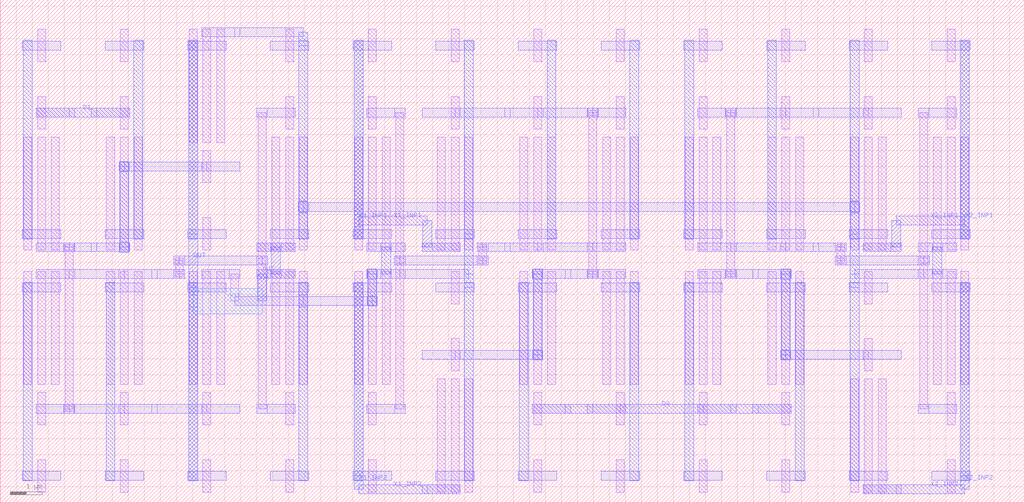
<source format=lef>
MACRO TWO_BIT_DAC
  ORIGIN 0 0 ;
  FOREIGN TWO_BIT_DAC 0 0 ;
  SIZE 31.95 BY 15.71 ;
  PIN D0
    DIRECTION INOUT ;
    USE SIGNAL ;
    PORT 
      LAYER M2 ;
        RECT 16.6 2.8 17.8 3.08 ;
      LAYER M2 ;
        RECT 18.32 2.8 19.52 3.08 ;
      LAYER M2 ;
        RECT 17.63 2.8 18.49 3.08 ;
      LAYER M2 ;
        RECT 21.76 2.8 22.96 3.08 ;
      LAYER M2 ;
        RECT 23.48 2.8 24.68 3.08 ;
      LAYER M2 ;
        RECT 22.79 2.8 23.65 3.08 ;
      LAYER M2 ;
        RECT 19.35 2.8 21.93 3.08 ;
    END
  END D0
  PIN X2_INP1
    DIRECTION INOUT ;
    USE SIGNAL ;
    PORT 
      LAYER M2 ;
        RECT 26.92 7.84 28.12 8.12 ;
      LAYER M3 ;
        RECT 29.96 8.24 30.24 14.44 ;
      LAYER M2 ;
        RECT 27.79 7.84 28.11 8.12 ;
      LAYER M3 ;
        RECT 27.81 7.98 28.09 8.82 ;
      LAYER M2 ;
        RECT 27.95 8.68 30.1 8.96 ;
      LAYER M3 ;
        RECT 29.96 8.635 30.24 9.005 ;
    END
  END X2_INP1
  PIN X2_INP2
    DIRECTION INOUT ;
    USE SIGNAL ;
    PORT 
      LAYER M2 ;
        RECT 26.92 0.28 28.12 0.56 ;
      LAYER M3 ;
        RECT 29.96 0.68 30.24 6.88 ;
      LAYER M2 ;
        RECT 27.95 0.28 30.1 0.56 ;
      LAYER M3 ;
        RECT 29.96 0.42 30.24 0.84 ;
    END
  END X2_INP2
  PIN X1_INP1
    DIRECTION INOUT ;
    USE SIGNAL ;
    PORT 
      LAYER M2 ;
        RECT 13.16 7.84 14.36 8.12 ;
      LAYER M3 ;
        RECT 11.04 8.24 11.32 14.44 ;
      LAYER M2 ;
        RECT 13.17 7.84 13.49 8.12 ;
      LAYER M3 ;
        RECT 13.19 7.98 13.47 8.82 ;
      LAYER M2 ;
        RECT 11.18 8.68 13.33 8.96 ;
      LAYER M3 ;
        RECT 11.04 8.635 11.32 9.005 ;
    END
  END X1_INP1
  PIN X1_INP2
    DIRECTION INOUT ;
    USE SIGNAL ;
    PORT 
      LAYER M2 ;
        RECT 13.16 0.28 14.36 0.56 ;
      LAYER M3 ;
        RECT 11.04 0.68 11.32 6.88 ;
      LAYER M2 ;
        RECT 11.18 0.28 13.33 0.56 ;
      LAYER M3 ;
        RECT 11.04 0.42 11.32 0.84 ;
    END
  END X1_INP2
  PIN D1
    DIRECTION INOUT ;
    USE SIGNAL ;
    PORT 
      LAYER M2 ;
        RECT 1.12 12.04 2.32 12.32 ;
      LAYER M2 ;
        RECT 2.84 12.04 4.04 12.32 ;
      LAYER M2 ;
        RECT 2.15 12.04 3.01 12.32 ;
    END
  END D1
  PIN OUT
    DIRECTION INOUT ;
    USE SIGNAL ;
    PORT 
      LAYER M3 ;
        RECT 5.88 0.68 6.16 6.88 ;
      LAYER M2 ;
        RECT 8 7 9.2 7.28 ;
      LAYER M2 ;
        RECT 8 7.84 9.2 8.12 ;
      LAYER M2 ;
        RECT 8.44 7 8.76 7.28 ;
      LAYER M3 ;
        RECT 8.46 7.14 8.74 7.98 ;
      LAYER M2 ;
        RECT 8.44 7.84 8.76 8.12 ;
      LAYER M3 ;
        RECT 5.88 8.24 6.16 14.44 ;
      LAYER M3 ;
        RECT 5.88 6.115 6.16 6.485 ;
      LAYER M4 ;
        RECT 6.02 5.9 8.17 6.7 ;
      LAYER M3 ;
        RECT 8.03 6.3 8.31 7.14 ;
      LAYER M2 ;
        RECT 8.01 7 8.33 7.28 ;
      LAYER M3 ;
        RECT 5.88 6.72 6.16 8.4 ;
    END
  END OUT
  OBS 
  LAYER M3 ;
        RECT 9.32 8.24 9.6 14.44 ;
  LAYER M2 ;
        RECT 6.28 14.56 7.48 14.84 ;
  LAYER M3 ;
        RECT 9.32 14.28 9.6 14.7 ;
  LAYER M2 ;
        RECT 7.31 14.56 9.46 14.84 ;
  LAYER M3 ;
        RECT 26.52 0.68 26.8 6.88 ;
  LAYER M2 ;
        RECT 28.64 7 29.84 7.28 ;
  LAYER M2 ;
        RECT 28.64 7.84 29.84 8.12 ;
  LAYER M2 ;
        RECT 29.08 7 29.4 7.28 ;
  LAYER M3 ;
        RECT 29.1 7.14 29.38 7.98 ;
  LAYER M2 ;
        RECT 29.08 7.84 29.4 8.12 ;
  LAYER M3 ;
        RECT 26.52 8.24 26.8 14.44 ;
  LAYER M3 ;
        RECT 26.52 6.72 26.8 7.14 ;
  LAYER M2 ;
        RECT 26.66 7 28.81 7.28 ;
  LAYER M3 ;
        RECT 26.52 7.14 26.8 8.4 ;
  LAYER M3 ;
        RECT 9.32 9.055 9.6 9.425 ;
  LAYER M2 ;
        RECT 9.46 9.1 26.66 9.38 ;
  LAYER M3 ;
        RECT 26.52 9.055 26.8 9.425 ;
  LAYER M2 ;
        RECT 9.3 9.1 9.62 9.38 ;
  LAYER M3 ;
        RECT 9.32 9.08 9.6 9.4 ;
  LAYER M2 ;
        RECT 26.5 9.1 26.82 9.38 ;
  LAYER M3 ;
        RECT 26.52 9.08 26.8 9.4 ;
  LAYER M2 ;
        RECT 9.3 9.1 9.62 9.38 ;
  LAYER M3 ;
        RECT 9.32 9.08 9.6 9.4 ;
  LAYER M2 ;
        RECT 26.5 9.1 26.82 9.38 ;
  LAYER M3 ;
        RECT 26.52 9.08 26.8 9.4 ;
  LAYER M3 ;
        RECT 9.32 0.68 9.6 6.88 ;
  LAYER M2 ;
        RECT 6.28 7 7.48 7.28 ;
  LAYER M3 ;
        RECT 9.32 6.115 9.6 6.485 ;
  LAYER M2 ;
        RECT 7.31 6.16 9.46 6.44 ;
  LAYER M1 ;
        RECT 7.185 6.3 7.435 7.14 ;
  LAYER M2 ;
        RECT 7.15 7 7.47 7.28 ;
  LAYER M3 ;
        RECT 14.48 0.68 14.76 6.88 ;
  LAYER M2 ;
        RECT 11.44 7 12.64 7.28 ;
  LAYER M2 ;
        RECT 11.44 7.84 12.64 8.12 ;
  LAYER M2 ;
        RECT 11.88 7 12.2 7.28 ;
  LAYER M3 ;
        RECT 11.9 7.14 12.18 7.98 ;
  LAYER M2 ;
        RECT 11.88 7.84 12.2 8.12 ;
  LAYER M3 ;
        RECT 14.48 8.24 14.76 14.44 ;
  LAYER M3 ;
        RECT 14.48 6.72 14.76 7.14 ;
  LAYER M2 ;
        RECT 12.47 7 14.62 7.28 ;
  LAYER M3 ;
        RECT 14.48 7.14 14.76 8.4 ;
  LAYER M2 ;
        RECT 9.46 6.16 11.61 6.44 ;
  LAYER M3 ;
        RECT 11.47 6.3 11.75 7.14 ;
  LAYER M2 ;
        RECT 11.45 7 11.77 7.28 ;
  LAYER M2 ;
        RECT 11.45 6.16 11.77 6.44 ;
  LAYER M3 ;
        RECT 11.47 6.14 11.75 6.46 ;
  LAYER M2 ;
        RECT 11.45 7 11.77 7.28 ;
  LAYER M3 ;
        RECT 11.47 6.98 11.75 7.3 ;
  LAYER M2 ;
        RECT 11.45 6.16 11.77 6.44 ;
  LAYER M3 ;
        RECT 11.47 6.14 11.75 6.46 ;
  LAYER M2 ;
        RECT 11.45 7 11.77 7.28 ;
  LAYER M3 ;
        RECT 11.47 6.98 11.75 7.3 ;
  LAYER M2 ;
        RECT 21.76 7.84 22.96 8.12 ;
  LAYER M2 ;
        RECT 24.34 7.84 25.54 8.12 ;
  LAYER M2 ;
        RECT 28.64 2.8 29.84 3.08 ;
  LAYER M2 ;
        RECT 28.64 12.04 29.84 12.32 ;
  LAYER M2 ;
        RECT 28.65 2.8 28.97 3.08 ;
  LAYER M1 ;
        RECT 28.685 2.94 28.935 12.18 ;
  LAYER M2 ;
        RECT 28.65 12.04 28.97 12.32 ;
  LAYER M2 ;
        RECT 22.79 7.84 24.51 8.12 ;
  LAYER M2 ;
        RECT 25.37 7.84 26.23 8.12 ;
  LAYER M1 ;
        RECT 26.105 7.56 26.355 7.98 ;
  LAYER M2 ;
        RECT 26.23 7.42 28.81 7.7 ;
  LAYER M1 ;
        RECT 28.685 7.475 28.935 7.645 ;
  LAYER M1 ;
        RECT 26.105 7.475 26.355 7.645 ;
  LAYER M2 ;
        RECT 26.06 7.42 26.4 7.7 ;
  LAYER M1 ;
        RECT 26.105 7.895 26.355 8.065 ;
  LAYER M2 ;
        RECT 26.06 7.84 26.4 8.12 ;
  LAYER M1 ;
        RECT 28.685 7.475 28.935 7.645 ;
  LAYER M2 ;
        RECT 28.64 7.42 28.98 7.7 ;
  LAYER M1 ;
        RECT 26.105 7.475 26.355 7.645 ;
  LAYER M2 ;
        RECT 26.06 7.42 26.4 7.7 ;
  LAYER M1 ;
        RECT 26.105 7.895 26.355 8.065 ;
  LAYER M2 ;
        RECT 26.06 7.84 26.4 8.12 ;
  LAYER M1 ;
        RECT 28.685 7.475 28.935 7.645 ;
  LAYER M2 ;
        RECT 28.64 7.42 28.98 7.7 ;
  LAYER M2 ;
        RECT 21.76 7 22.96 7.28 ;
  LAYER M2 ;
        RECT 23.48 7 24.68 7.28 ;
  LAYER M2 ;
        RECT 21.76 12.04 22.96 12.32 ;
  LAYER M2 ;
        RECT 24.34 12.04 25.54 12.32 ;
  LAYER M2 ;
        RECT 26.92 12.04 28.12 12.32 ;
  LAYER M2 ;
        RECT 26.92 4.48 28.12 4.76 ;
  LAYER M2 ;
        RECT 22.79 7 23.65 7.28 ;
  LAYER M2 ;
        RECT 22.63 7 22.95 7.28 ;
  LAYER M1 ;
        RECT 22.665 7.14 22.915 12.18 ;
  LAYER M2 ;
        RECT 22.63 12.04 22.95 12.32 ;
  LAYER M2 ;
        RECT 22.79 12.04 24.51 12.32 ;
  LAYER M2 ;
        RECT 25.37 12.04 27.09 12.32 ;
  LAYER M2 ;
        RECT 24.35 7 24.67 7.28 ;
  LAYER M3 ;
        RECT 24.37 4.62 24.65 7.14 ;
  LAYER M2 ;
        RECT 24.51 4.48 27.09 4.76 ;
  LAYER M1 ;
        RECT 22.665 7.055 22.915 7.225 ;
  LAYER M2 ;
        RECT 22.62 7 22.96 7.28 ;
  LAYER M1 ;
        RECT 22.665 12.095 22.915 12.265 ;
  LAYER M2 ;
        RECT 22.62 12.04 22.96 12.32 ;
  LAYER M1 ;
        RECT 22.665 7.055 22.915 7.225 ;
  LAYER M2 ;
        RECT 22.62 7 22.96 7.28 ;
  LAYER M1 ;
        RECT 22.665 12.095 22.915 12.265 ;
  LAYER M2 ;
        RECT 22.62 12.04 22.96 12.32 ;
  LAYER M1 ;
        RECT 22.665 7.055 22.915 7.225 ;
  LAYER M2 ;
        RECT 22.62 7 22.96 7.28 ;
  LAYER M1 ;
        RECT 22.665 12.095 22.915 12.265 ;
  LAYER M2 ;
        RECT 22.62 12.04 22.96 12.32 ;
  LAYER M1 ;
        RECT 22.665 7.055 22.915 7.225 ;
  LAYER M2 ;
        RECT 22.62 7 22.96 7.28 ;
  LAYER M1 ;
        RECT 22.665 12.095 22.915 12.265 ;
  LAYER M2 ;
        RECT 22.62 12.04 22.96 12.32 ;
  LAYER M1 ;
        RECT 22.665 7.055 22.915 7.225 ;
  LAYER M2 ;
        RECT 22.62 7 22.96 7.28 ;
  LAYER M1 ;
        RECT 22.665 12.095 22.915 12.265 ;
  LAYER M2 ;
        RECT 22.62 12.04 22.96 12.32 ;
  LAYER M1 ;
        RECT 22.665 7.055 22.915 7.225 ;
  LAYER M2 ;
        RECT 22.62 7 22.96 7.28 ;
  LAYER M1 ;
        RECT 22.665 12.095 22.915 12.265 ;
  LAYER M2 ;
        RECT 22.62 12.04 22.96 12.32 ;
  LAYER M1 ;
        RECT 22.665 7.055 22.915 7.225 ;
  LAYER M2 ;
        RECT 22.62 7 22.96 7.28 ;
  LAYER M1 ;
        RECT 22.665 12.095 22.915 12.265 ;
  LAYER M2 ;
        RECT 22.62 12.04 22.96 12.32 ;
  LAYER M2 ;
        RECT 24.35 4.48 24.67 4.76 ;
  LAYER M3 ;
        RECT 24.37 4.46 24.65 4.78 ;
  LAYER M2 ;
        RECT 24.35 7 24.67 7.28 ;
  LAYER M3 ;
        RECT 24.37 6.98 24.65 7.3 ;
  LAYER M1 ;
        RECT 22.665 7.055 22.915 7.225 ;
  LAYER M2 ;
        RECT 22.62 7 22.96 7.28 ;
  LAYER M1 ;
        RECT 22.665 12.095 22.915 12.265 ;
  LAYER M2 ;
        RECT 22.62 12.04 22.96 12.32 ;
  LAYER M2 ;
        RECT 24.35 4.48 24.67 4.76 ;
  LAYER M3 ;
        RECT 24.37 4.46 24.65 4.78 ;
  LAYER M2 ;
        RECT 24.35 7 24.67 7.28 ;
  LAYER M3 ;
        RECT 24.37 6.98 24.65 7.3 ;
  LAYER M1 ;
        RECT 29.545 3.695 29.795 7.225 ;
  LAYER M1 ;
        RECT 29.545 2.435 29.795 3.445 ;
  LAYER M1 ;
        RECT 29.545 0.335 29.795 1.345 ;
  LAYER M1 ;
        RECT 29.115 3.695 29.365 7.225 ;
  LAYER M1 ;
        RECT 29.975 3.695 30.225 7.225 ;
  LAYER M2 ;
        RECT 29.07 0.7 30.27 0.98 ;
  LAYER M2 ;
        RECT 29.07 6.58 30.27 6.86 ;
  LAYER M2 ;
        RECT 28.64 7 29.84 7.28 ;
  LAYER M2 ;
        RECT 28.64 2.8 29.84 3.08 ;
  LAYER M3 ;
        RECT 29.96 0.68 30.24 6.88 ;
  LAYER M1 ;
        RECT 29.545 7.895 29.795 11.425 ;
  LAYER M1 ;
        RECT 29.545 11.675 29.795 12.685 ;
  LAYER M1 ;
        RECT 29.545 13.775 29.795 14.785 ;
  LAYER M1 ;
        RECT 29.115 7.895 29.365 11.425 ;
  LAYER M1 ;
        RECT 29.975 7.895 30.225 11.425 ;
  LAYER M2 ;
        RECT 29.07 14.14 30.27 14.42 ;
  LAYER M2 ;
        RECT 29.07 8.26 30.27 8.54 ;
  LAYER M2 ;
        RECT 28.64 7.84 29.84 8.12 ;
  LAYER M2 ;
        RECT 28.64 12.04 29.84 12.32 ;
  LAYER M3 ;
        RECT 29.96 8.24 30.24 14.44 ;
  LAYER M1 ;
        RECT 21.805 3.695 22.055 7.225 ;
  LAYER M1 ;
        RECT 21.805 2.435 22.055 3.445 ;
  LAYER M1 ;
        RECT 21.805 0.335 22.055 1.345 ;
  LAYER M1 ;
        RECT 22.235 3.695 22.485 7.225 ;
  LAYER M1 ;
        RECT 21.375 3.695 21.625 7.225 ;
  LAYER M2 ;
        RECT 21.33 0.7 22.53 0.98 ;
  LAYER M2 ;
        RECT 21.33 6.58 22.53 6.86 ;
  LAYER M2 ;
        RECT 21.76 7 22.96 7.28 ;
  LAYER M2 ;
        RECT 21.76 2.8 22.96 3.08 ;
  LAYER M3 ;
        RECT 21.36 0.68 21.64 6.88 ;
  LAYER M1 ;
        RECT 24.385 7.895 24.635 11.425 ;
  LAYER M1 ;
        RECT 24.385 11.675 24.635 12.685 ;
  LAYER M1 ;
        RECT 24.385 13.775 24.635 14.785 ;
  LAYER M1 ;
        RECT 24.815 7.895 25.065 11.425 ;
  LAYER M1 ;
        RECT 23.955 7.895 24.205 11.425 ;
  LAYER M2 ;
        RECT 23.91 14.14 25.11 14.42 ;
  LAYER M2 ;
        RECT 23.91 8.26 25.11 8.54 ;
  LAYER M2 ;
        RECT 24.34 7.84 25.54 8.12 ;
  LAYER M2 ;
        RECT 24.34 12.04 25.54 12.32 ;
  LAYER M3 ;
        RECT 23.94 8.24 24.22 14.44 ;
  LAYER M1 ;
        RECT 26.965 7.895 27.215 11.425 ;
  LAYER M1 ;
        RECT 26.965 11.675 27.215 12.685 ;
  LAYER M1 ;
        RECT 26.965 13.775 27.215 14.785 ;
  LAYER M1 ;
        RECT 27.395 7.895 27.645 11.425 ;
  LAYER M1 ;
        RECT 26.535 7.895 26.785 11.425 ;
  LAYER M2 ;
        RECT 26.49 14.14 27.69 14.42 ;
  LAYER M2 ;
        RECT 26.49 8.26 27.69 8.54 ;
  LAYER M2 ;
        RECT 26.92 7.84 28.12 8.12 ;
  LAYER M2 ;
        RECT 26.92 12.04 28.12 12.32 ;
  LAYER M3 ;
        RECT 26.52 8.24 26.8 14.44 ;
  LAYER M1 ;
        RECT 24.385 3.695 24.635 7.225 ;
  LAYER M1 ;
        RECT 24.385 2.435 24.635 3.445 ;
  LAYER M1 ;
        RECT 24.385 0.335 24.635 1.345 ;
  LAYER M1 ;
        RECT 23.955 3.695 24.205 7.225 ;
  LAYER M1 ;
        RECT 24.815 3.695 25.065 7.225 ;
  LAYER M2 ;
        RECT 23.91 0.7 25.11 0.98 ;
  LAYER M2 ;
        RECT 23.91 6.58 25.11 6.86 ;
  LAYER M2 ;
        RECT 23.48 7 24.68 7.28 ;
  LAYER M2 ;
        RECT 23.48 2.8 24.68 3.08 ;
  LAYER M3 ;
        RECT 24.8 0.68 25.08 6.88 ;
  LAYER M1 ;
        RECT 21.805 7.895 22.055 11.425 ;
  LAYER M1 ;
        RECT 21.805 11.675 22.055 12.685 ;
  LAYER M1 ;
        RECT 21.805 13.775 22.055 14.785 ;
  LAYER M1 ;
        RECT 22.235 7.895 22.485 11.425 ;
  LAYER M1 ;
        RECT 21.375 7.895 21.625 11.425 ;
  LAYER M2 ;
        RECT 21.33 14.14 22.53 14.42 ;
  LAYER M2 ;
        RECT 21.33 8.26 22.53 8.54 ;
  LAYER M2 ;
        RECT 21.76 7.84 22.96 8.12 ;
  LAYER M2 ;
        RECT 21.76 12.04 22.96 12.32 ;
  LAYER M3 ;
        RECT 21.36 8.24 21.64 14.44 ;
  LAYER M1 ;
        RECT 26.965 0.335 27.215 3.865 ;
  LAYER M1 ;
        RECT 26.965 4.115 27.215 5.125 ;
  LAYER M1 ;
        RECT 26.965 6.215 27.215 7.225 ;
  LAYER M1 ;
        RECT 27.395 0.335 27.645 3.865 ;
  LAYER M1 ;
        RECT 26.535 0.335 26.785 3.865 ;
  LAYER M2 ;
        RECT 26.49 6.58 27.69 6.86 ;
  LAYER M2 ;
        RECT 26.49 0.7 27.69 0.98 ;
  LAYER M2 ;
        RECT 26.92 0.28 28.12 0.56 ;
  LAYER M2 ;
        RECT 26.92 4.48 28.12 4.76 ;
  LAYER M3 ;
        RECT 26.52 0.68 26.8 6.88 ;
  LAYER M2 ;
        RECT 11.44 2.8 12.64 3.08 ;
  LAYER M2 ;
        RECT 11.44 12.04 12.64 12.32 ;
  LAYER M2 ;
        RECT 12.31 2.8 12.63 3.08 ;
  LAYER M1 ;
        RECT 12.345 2.94 12.595 12.18 ;
  LAYER M2 ;
        RECT 12.31 12.04 12.63 12.32 ;
  LAYER M2 ;
        RECT 15.74 7.84 16.94 8.12 ;
  LAYER M2 ;
        RECT 18.32 7.84 19.52 8.12 ;
  LAYER M1 ;
        RECT 12.345 7.475 12.595 7.645 ;
  LAYER M2 ;
        RECT 12.47 7.42 15.05 7.7 ;
  LAYER M1 ;
        RECT 14.925 7.56 15.175 7.98 ;
  LAYER M2 ;
        RECT 15.05 7.84 15.91 8.12 ;
  LAYER M2 ;
        RECT 16.77 7.84 18.49 8.12 ;
  LAYER M1 ;
        RECT 12.345 7.475 12.595 7.645 ;
  LAYER M2 ;
        RECT 12.3 7.42 12.64 7.7 ;
  LAYER M1 ;
        RECT 14.925 7.475 15.175 7.645 ;
  LAYER M2 ;
        RECT 14.88 7.42 15.22 7.7 ;
  LAYER M1 ;
        RECT 14.925 7.895 15.175 8.065 ;
  LAYER M2 ;
        RECT 14.88 7.84 15.22 8.12 ;
  LAYER M1 ;
        RECT 12.345 7.475 12.595 7.645 ;
  LAYER M2 ;
        RECT 12.3 7.42 12.64 7.7 ;
  LAYER M1 ;
        RECT 14.925 7.475 15.175 7.645 ;
  LAYER M2 ;
        RECT 14.88 7.42 15.22 7.7 ;
  LAYER M1 ;
        RECT 14.925 7.895 15.175 8.065 ;
  LAYER M2 ;
        RECT 14.88 7.84 15.22 8.12 ;
  LAYER M1 ;
        RECT 12.345 7.475 12.595 7.645 ;
  LAYER M2 ;
        RECT 12.3 7.42 12.64 7.7 ;
  LAYER M1 ;
        RECT 14.925 7.475 15.175 7.645 ;
  LAYER M2 ;
        RECT 14.88 7.42 15.22 7.7 ;
  LAYER M1 ;
        RECT 14.925 7.895 15.175 8.065 ;
  LAYER M2 ;
        RECT 14.88 7.84 15.22 8.12 ;
  LAYER M1 ;
        RECT 12.345 7.475 12.595 7.645 ;
  LAYER M2 ;
        RECT 12.3 7.42 12.64 7.7 ;
  LAYER M1 ;
        RECT 14.925 7.475 15.175 7.645 ;
  LAYER M2 ;
        RECT 14.88 7.42 15.22 7.7 ;
  LAYER M1 ;
        RECT 14.925 7.895 15.175 8.065 ;
  LAYER M2 ;
        RECT 14.88 7.84 15.22 8.12 ;
  LAYER M2 ;
        RECT 13.16 4.48 14.36 4.76 ;
  LAYER M2 ;
        RECT 16.6 7 17.8 7.28 ;
  LAYER M2 ;
        RECT 18.32 7 19.52 7.28 ;
  LAYER M2 ;
        RECT 18.32 12.04 19.52 12.32 ;
  LAYER M2 ;
        RECT 15.74 12.04 16.94 12.32 ;
  LAYER M2 ;
        RECT 13.16 12.04 14.36 12.32 ;
  LAYER M2 ;
        RECT 14.19 4.48 16.77 4.76 ;
  LAYER M3 ;
        RECT 16.63 4.62 16.91 7.14 ;
  LAYER M2 ;
        RECT 16.61 7 16.93 7.28 ;
  LAYER M2 ;
        RECT 17.63 7 18.49 7.28 ;
  LAYER M2 ;
        RECT 18.33 7 18.65 7.28 ;
  LAYER M1 ;
        RECT 18.365 7.14 18.615 12.18 ;
  LAYER M2 ;
        RECT 18.33 12.04 18.65 12.32 ;
  LAYER M2 ;
        RECT 16.77 12.04 18.49 12.32 ;
  LAYER M2 ;
        RECT 14.19 12.04 15.91 12.32 ;
  LAYER M2 ;
        RECT 16.61 4.48 16.93 4.76 ;
  LAYER M3 ;
        RECT 16.63 4.46 16.91 4.78 ;
  LAYER M2 ;
        RECT 16.61 7 16.93 7.28 ;
  LAYER M3 ;
        RECT 16.63 6.98 16.91 7.3 ;
  LAYER M2 ;
        RECT 16.61 4.48 16.93 4.76 ;
  LAYER M3 ;
        RECT 16.63 4.46 16.91 4.78 ;
  LAYER M2 ;
        RECT 16.61 7 16.93 7.28 ;
  LAYER M3 ;
        RECT 16.63 6.98 16.91 7.3 ;
  LAYER M2 ;
        RECT 16.61 4.48 16.93 4.76 ;
  LAYER M3 ;
        RECT 16.63 4.46 16.91 4.78 ;
  LAYER M2 ;
        RECT 16.61 7 16.93 7.28 ;
  LAYER M3 ;
        RECT 16.63 6.98 16.91 7.3 ;
  LAYER M2 ;
        RECT 16.61 4.48 16.93 4.76 ;
  LAYER M3 ;
        RECT 16.63 4.46 16.91 4.78 ;
  LAYER M2 ;
        RECT 16.61 7 16.93 7.28 ;
  LAYER M3 ;
        RECT 16.63 6.98 16.91 7.3 ;
  LAYER M1 ;
        RECT 18.365 7.055 18.615 7.225 ;
  LAYER M2 ;
        RECT 18.32 7 18.66 7.28 ;
  LAYER M1 ;
        RECT 18.365 12.095 18.615 12.265 ;
  LAYER M2 ;
        RECT 18.32 12.04 18.66 12.32 ;
  LAYER M2 ;
        RECT 16.61 4.48 16.93 4.76 ;
  LAYER M3 ;
        RECT 16.63 4.46 16.91 4.78 ;
  LAYER M2 ;
        RECT 16.61 7 16.93 7.28 ;
  LAYER M3 ;
        RECT 16.63 6.98 16.91 7.3 ;
  LAYER M1 ;
        RECT 18.365 7.055 18.615 7.225 ;
  LAYER M2 ;
        RECT 18.32 7 18.66 7.28 ;
  LAYER M1 ;
        RECT 18.365 12.095 18.615 12.265 ;
  LAYER M2 ;
        RECT 18.32 12.04 18.66 12.32 ;
  LAYER M2 ;
        RECT 16.61 4.48 16.93 4.76 ;
  LAYER M3 ;
        RECT 16.63 4.46 16.91 4.78 ;
  LAYER M2 ;
        RECT 16.61 7 16.93 7.28 ;
  LAYER M3 ;
        RECT 16.63 6.98 16.91 7.3 ;
  LAYER M1 ;
        RECT 18.365 7.055 18.615 7.225 ;
  LAYER M2 ;
        RECT 18.32 7 18.66 7.28 ;
  LAYER M1 ;
        RECT 18.365 12.095 18.615 12.265 ;
  LAYER M2 ;
        RECT 18.32 12.04 18.66 12.32 ;
  LAYER M2 ;
        RECT 16.61 4.48 16.93 4.76 ;
  LAYER M3 ;
        RECT 16.63 4.46 16.91 4.78 ;
  LAYER M2 ;
        RECT 16.61 7 16.93 7.28 ;
  LAYER M3 ;
        RECT 16.63 6.98 16.91 7.3 ;
  LAYER M1 ;
        RECT 18.365 7.055 18.615 7.225 ;
  LAYER M2 ;
        RECT 18.32 7 18.66 7.28 ;
  LAYER M1 ;
        RECT 18.365 12.095 18.615 12.265 ;
  LAYER M2 ;
        RECT 18.32 12.04 18.66 12.32 ;
  LAYER M2 ;
        RECT 16.61 4.48 16.93 4.76 ;
  LAYER M3 ;
        RECT 16.63 4.46 16.91 4.78 ;
  LAYER M2 ;
        RECT 16.61 7 16.93 7.28 ;
  LAYER M3 ;
        RECT 16.63 6.98 16.91 7.3 ;
  LAYER M1 ;
        RECT 18.365 7.055 18.615 7.225 ;
  LAYER M2 ;
        RECT 18.32 7 18.66 7.28 ;
  LAYER M1 ;
        RECT 18.365 12.095 18.615 12.265 ;
  LAYER M2 ;
        RECT 18.32 12.04 18.66 12.32 ;
  LAYER M2 ;
        RECT 16.61 4.48 16.93 4.76 ;
  LAYER M3 ;
        RECT 16.63 4.46 16.91 4.78 ;
  LAYER M2 ;
        RECT 16.61 7 16.93 7.28 ;
  LAYER M3 ;
        RECT 16.63 6.98 16.91 7.3 ;
  LAYER M1 ;
        RECT 18.365 7.055 18.615 7.225 ;
  LAYER M2 ;
        RECT 18.32 7 18.66 7.28 ;
  LAYER M1 ;
        RECT 18.365 12.095 18.615 12.265 ;
  LAYER M2 ;
        RECT 18.32 12.04 18.66 12.32 ;
  LAYER M2 ;
        RECT 16.61 4.48 16.93 4.76 ;
  LAYER M3 ;
        RECT 16.63 4.46 16.91 4.78 ;
  LAYER M2 ;
        RECT 16.61 7 16.93 7.28 ;
  LAYER M3 ;
        RECT 16.63 6.98 16.91 7.3 ;
  LAYER M1 ;
        RECT 11.485 3.695 11.735 7.225 ;
  LAYER M1 ;
        RECT 11.485 2.435 11.735 3.445 ;
  LAYER M1 ;
        RECT 11.485 0.335 11.735 1.345 ;
  LAYER M1 ;
        RECT 11.915 3.695 12.165 7.225 ;
  LAYER M1 ;
        RECT 11.055 3.695 11.305 7.225 ;
  LAYER M2 ;
        RECT 11.01 0.7 12.21 0.98 ;
  LAYER M2 ;
        RECT 11.01 6.58 12.21 6.86 ;
  LAYER M2 ;
        RECT 11.44 7 12.64 7.28 ;
  LAYER M2 ;
        RECT 11.44 2.8 12.64 3.08 ;
  LAYER M3 ;
        RECT 11.04 0.68 11.32 6.88 ;
  LAYER M1 ;
        RECT 11.485 7.895 11.735 11.425 ;
  LAYER M1 ;
        RECT 11.485 11.675 11.735 12.685 ;
  LAYER M1 ;
        RECT 11.485 13.775 11.735 14.785 ;
  LAYER M1 ;
        RECT 11.915 7.895 12.165 11.425 ;
  LAYER M1 ;
        RECT 11.055 7.895 11.305 11.425 ;
  LAYER M2 ;
        RECT 11.01 14.14 12.21 14.42 ;
  LAYER M2 ;
        RECT 11.01 8.26 12.21 8.54 ;
  LAYER M2 ;
        RECT 11.44 7.84 12.64 8.12 ;
  LAYER M2 ;
        RECT 11.44 12.04 12.64 12.32 ;
  LAYER M3 ;
        RECT 11.04 8.24 11.32 14.44 ;
  LAYER M1 ;
        RECT 19.225 3.695 19.475 7.225 ;
  LAYER M1 ;
        RECT 19.225 2.435 19.475 3.445 ;
  LAYER M1 ;
        RECT 19.225 0.335 19.475 1.345 ;
  LAYER M1 ;
        RECT 18.795 3.695 19.045 7.225 ;
  LAYER M1 ;
        RECT 19.655 3.695 19.905 7.225 ;
  LAYER M2 ;
        RECT 18.75 0.7 19.95 0.98 ;
  LAYER M2 ;
        RECT 18.75 6.58 19.95 6.86 ;
  LAYER M2 ;
        RECT 18.32 7 19.52 7.28 ;
  LAYER M2 ;
        RECT 18.32 2.8 19.52 3.08 ;
  LAYER M3 ;
        RECT 19.64 0.68 19.92 6.88 ;
  LAYER M1 ;
        RECT 16.645 7.895 16.895 11.425 ;
  LAYER M1 ;
        RECT 16.645 11.675 16.895 12.685 ;
  LAYER M1 ;
        RECT 16.645 13.775 16.895 14.785 ;
  LAYER M1 ;
        RECT 16.215 7.895 16.465 11.425 ;
  LAYER M1 ;
        RECT 17.075 7.895 17.325 11.425 ;
  LAYER M2 ;
        RECT 16.17 14.14 17.37 14.42 ;
  LAYER M2 ;
        RECT 16.17 8.26 17.37 8.54 ;
  LAYER M2 ;
        RECT 15.74 7.84 16.94 8.12 ;
  LAYER M2 ;
        RECT 15.74 12.04 16.94 12.32 ;
  LAYER M3 ;
        RECT 17.06 8.24 17.34 14.44 ;
  LAYER M1 ;
        RECT 14.065 7.895 14.315 11.425 ;
  LAYER M1 ;
        RECT 14.065 11.675 14.315 12.685 ;
  LAYER M1 ;
        RECT 14.065 13.775 14.315 14.785 ;
  LAYER M1 ;
        RECT 13.635 7.895 13.885 11.425 ;
  LAYER M1 ;
        RECT 14.495 7.895 14.745 11.425 ;
  LAYER M2 ;
        RECT 13.59 14.14 14.79 14.42 ;
  LAYER M2 ;
        RECT 13.59 8.26 14.79 8.54 ;
  LAYER M2 ;
        RECT 13.16 7.84 14.36 8.12 ;
  LAYER M2 ;
        RECT 13.16 12.04 14.36 12.32 ;
  LAYER M3 ;
        RECT 14.48 8.24 14.76 14.44 ;
  LAYER M1 ;
        RECT 16.645 3.695 16.895 7.225 ;
  LAYER M1 ;
        RECT 16.645 2.435 16.895 3.445 ;
  LAYER M1 ;
        RECT 16.645 0.335 16.895 1.345 ;
  LAYER M1 ;
        RECT 17.075 3.695 17.325 7.225 ;
  LAYER M1 ;
        RECT 16.215 3.695 16.465 7.225 ;
  LAYER M2 ;
        RECT 16.17 0.7 17.37 0.98 ;
  LAYER M2 ;
        RECT 16.17 6.58 17.37 6.86 ;
  LAYER M2 ;
        RECT 16.6 7 17.8 7.28 ;
  LAYER M2 ;
        RECT 16.6 2.8 17.8 3.08 ;
  LAYER M3 ;
        RECT 16.2 0.68 16.48 6.88 ;
  LAYER M1 ;
        RECT 19.225 7.895 19.475 11.425 ;
  LAYER M1 ;
        RECT 19.225 11.675 19.475 12.685 ;
  LAYER M1 ;
        RECT 19.225 13.775 19.475 14.785 ;
  LAYER M1 ;
        RECT 18.795 7.895 19.045 11.425 ;
  LAYER M1 ;
        RECT 19.655 7.895 19.905 11.425 ;
  LAYER M2 ;
        RECT 18.75 14.14 19.95 14.42 ;
  LAYER M2 ;
        RECT 18.75 8.26 19.95 8.54 ;
  LAYER M2 ;
        RECT 18.32 7.84 19.52 8.12 ;
  LAYER M2 ;
        RECT 18.32 12.04 19.52 12.32 ;
  LAYER M3 ;
        RECT 19.64 8.24 19.92 14.44 ;
  LAYER M1 ;
        RECT 14.065 0.335 14.315 3.865 ;
  LAYER M1 ;
        RECT 14.065 4.115 14.315 5.125 ;
  LAYER M1 ;
        RECT 14.065 6.215 14.315 7.225 ;
  LAYER M1 ;
        RECT 13.635 0.335 13.885 3.865 ;
  LAYER M1 ;
        RECT 14.495 0.335 14.745 3.865 ;
  LAYER M2 ;
        RECT 13.59 6.58 14.79 6.86 ;
  LAYER M2 ;
        RECT 13.59 0.7 14.79 0.98 ;
  LAYER M2 ;
        RECT 13.16 0.28 14.36 0.56 ;
  LAYER M2 ;
        RECT 13.16 4.48 14.36 4.76 ;
  LAYER M3 ;
        RECT 14.48 0.68 14.76 6.88 ;
  LAYER M2 ;
        RECT 1.12 7 2.32 7.28 ;
  LAYER M2 ;
        RECT 3.7 7 4.9 7.28 ;
  LAYER M2 ;
        RECT 8 2.8 9.2 3.08 ;
  LAYER M2 ;
        RECT 8 12.04 9.2 12.32 ;
  LAYER M2 ;
        RECT 8.01 2.8 8.33 3.08 ;
  LAYER M1 ;
        RECT 8.045 2.94 8.295 12.18 ;
  LAYER M2 ;
        RECT 8.01 12.04 8.33 12.32 ;
  LAYER M2 ;
        RECT 2.15 7 3.87 7.28 ;
  LAYER M2 ;
        RECT 4.73 7 5.59 7.28 ;
  LAYER M1 ;
        RECT 5.465 7.14 5.715 7.56 ;
  LAYER M2 ;
        RECT 5.59 7.42 8.17 7.7 ;
  LAYER M1 ;
        RECT 8.045 7.475 8.295 7.645 ;
  LAYER M1 ;
        RECT 5.465 7.055 5.715 7.225 ;
  LAYER M2 ;
        RECT 5.42 7 5.76 7.28 ;
  LAYER M1 ;
        RECT 5.465 7.475 5.715 7.645 ;
  LAYER M2 ;
        RECT 5.42 7.42 5.76 7.7 ;
  LAYER M1 ;
        RECT 8.045 7.475 8.295 7.645 ;
  LAYER M2 ;
        RECT 8 7.42 8.34 7.7 ;
  LAYER M1 ;
        RECT 5.465 7.055 5.715 7.225 ;
  LAYER M2 ;
        RECT 5.42 7 5.76 7.28 ;
  LAYER M1 ;
        RECT 5.465 7.475 5.715 7.645 ;
  LAYER M2 ;
        RECT 5.42 7.42 5.76 7.7 ;
  LAYER M1 ;
        RECT 8.045 7.475 8.295 7.645 ;
  LAYER M2 ;
        RECT 8 7.42 8.34 7.7 ;
  LAYER M2 ;
        RECT 1.12 2.8 2.32 3.08 ;
  LAYER M2 ;
        RECT 3.7 2.8 4.9 3.08 ;
  LAYER M2 ;
        RECT 6.28 2.8 7.48 3.08 ;
  LAYER M2 ;
        RECT 1.12 7.84 2.32 8.12 ;
  LAYER M2 ;
        RECT 2.84 7.84 4.04 8.12 ;
  LAYER M2 ;
        RECT 6.28 10.36 7.48 10.64 ;
  LAYER M2 ;
        RECT 2.15 2.8 3.87 3.08 ;
  LAYER M2 ;
        RECT 4.73 2.8 6.45 3.08 ;
  LAYER M2 ;
        RECT 1.99 2.8 2.31 3.08 ;
  LAYER M1 ;
        RECT 2.025 2.94 2.275 7.98 ;
  LAYER M2 ;
        RECT 1.99 7.84 2.31 8.12 ;
  LAYER M2 ;
        RECT 2.15 7.84 3.01 8.12 ;
  LAYER M2 ;
        RECT 3.71 7.84 4.03 8.12 ;
  LAYER M3 ;
        RECT 3.73 7.98 4.01 10.5 ;
  LAYER M2 ;
        RECT 3.87 10.36 6.45 10.64 ;
  LAYER M1 ;
        RECT 2.025 2.855 2.275 3.025 ;
  LAYER M2 ;
        RECT 1.98 2.8 2.32 3.08 ;
  LAYER M1 ;
        RECT 2.025 7.895 2.275 8.065 ;
  LAYER M2 ;
        RECT 1.98 7.84 2.32 8.12 ;
  LAYER M1 ;
        RECT 2.025 2.855 2.275 3.025 ;
  LAYER M2 ;
        RECT 1.98 2.8 2.32 3.08 ;
  LAYER M1 ;
        RECT 2.025 7.895 2.275 8.065 ;
  LAYER M2 ;
        RECT 1.98 7.84 2.32 8.12 ;
  LAYER M1 ;
        RECT 2.025 2.855 2.275 3.025 ;
  LAYER M2 ;
        RECT 1.98 2.8 2.32 3.08 ;
  LAYER M1 ;
        RECT 2.025 7.895 2.275 8.065 ;
  LAYER M2 ;
        RECT 1.98 7.84 2.32 8.12 ;
  LAYER M1 ;
        RECT 2.025 2.855 2.275 3.025 ;
  LAYER M2 ;
        RECT 1.98 2.8 2.32 3.08 ;
  LAYER M1 ;
        RECT 2.025 7.895 2.275 8.065 ;
  LAYER M2 ;
        RECT 1.98 7.84 2.32 8.12 ;
  LAYER M1 ;
        RECT 2.025 2.855 2.275 3.025 ;
  LAYER M2 ;
        RECT 1.98 2.8 2.32 3.08 ;
  LAYER M1 ;
        RECT 2.025 7.895 2.275 8.065 ;
  LAYER M2 ;
        RECT 1.98 7.84 2.32 8.12 ;
  LAYER M2 ;
        RECT 3.71 7.84 4.03 8.12 ;
  LAYER M3 ;
        RECT 3.73 7.82 4.01 8.14 ;
  LAYER M2 ;
        RECT 3.71 10.36 4.03 10.64 ;
  LAYER M3 ;
        RECT 3.73 10.34 4.01 10.66 ;
  LAYER M1 ;
        RECT 2.025 2.855 2.275 3.025 ;
  LAYER M2 ;
        RECT 1.98 2.8 2.32 3.08 ;
  LAYER M1 ;
        RECT 2.025 7.895 2.275 8.065 ;
  LAYER M2 ;
        RECT 1.98 7.84 2.32 8.12 ;
  LAYER M2 ;
        RECT 3.71 7.84 4.03 8.12 ;
  LAYER M3 ;
        RECT 3.73 7.82 4.01 8.14 ;
  LAYER M2 ;
        RECT 3.71 10.36 4.03 10.64 ;
  LAYER M3 ;
        RECT 3.73 10.34 4.01 10.66 ;
  LAYER M1 ;
        RECT 8.905 7.895 9.155 11.425 ;
  LAYER M1 ;
        RECT 8.905 11.675 9.155 12.685 ;
  LAYER M1 ;
        RECT 8.905 13.775 9.155 14.785 ;
  LAYER M1 ;
        RECT 8.475 7.895 8.725 11.425 ;
  LAYER M1 ;
        RECT 9.335 7.895 9.585 11.425 ;
  LAYER M2 ;
        RECT 8.43 14.14 9.63 14.42 ;
  LAYER M2 ;
        RECT 8.43 8.26 9.63 8.54 ;
  LAYER M2 ;
        RECT 8 7.84 9.2 8.12 ;
  LAYER M2 ;
        RECT 8 12.04 9.2 12.32 ;
  LAYER M3 ;
        RECT 9.32 8.24 9.6 14.44 ;
  LAYER M1 ;
        RECT 8.905 3.695 9.155 7.225 ;
  LAYER M1 ;
        RECT 8.905 2.435 9.155 3.445 ;
  LAYER M1 ;
        RECT 8.905 0.335 9.155 1.345 ;
  LAYER M1 ;
        RECT 8.475 3.695 8.725 7.225 ;
  LAYER M1 ;
        RECT 9.335 3.695 9.585 7.225 ;
  LAYER M2 ;
        RECT 8.43 0.7 9.63 0.98 ;
  LAYER M2 ;
        RECT 8.43 6.58 9.63 6.86 ;
  LAYER M2 ;
        RECT 8 7 9.2 7.28 ;
  LAYER M2 ;
        RECT 8 2.8 9.2 3.08 ;
  LAYER M3 ;
        RECT 9.32 0.68 9.6 6.88 ;
  LAYER M1 ;
        RECT 1.165 7.895 1.415 11.425 ;
  LAYER M1 ;
        RECT 1.165 11.675 1.415 12.685 ;
  LAYER M1 ;
        RECT 1.165 13.775 1.415 14.785 ;
  LAYER M1 ;
        RECT 1.595 7.895 1.845 11.425 ;
  LAYER M1 ;
        RECT 0.735 7.895 0.985 11.425 ;
  LAYER M2 ;
        RECT 0.69 14.14 1.89 14.42 ;
  LAYER M2 ;
        RECT 0.69 8.26 1.89 8.54 ;
  LAYER M2 ;
        RECT 1.12 7.84 2.32 8.12 ;
  LAYER M2 ;
        RECT 1.12 12.04 2.32 12.32 ;
  LAYER M3 ;
        RECT 0.72 8.24 1 14.44 ;
  LAYER M1 ;
        RECT 3.745 3.695 3.995 7.225 ;
  LAYER M1 ;
        RECT 3.745 2.435 3.995 3.445 ;
  LAYER M1 ;
        RECT 3.745 0.335 3.995 1.345 ;
  LAYER M1 ;
        RECT 4.175 3.695 4.425 7.225 ;
  LAYER M1 ;
        RECT 3.315 3.695 3.565 7.225 ;
  LAYER M2 ;
        RECT 3.27 0.7 4.47 0.98 ;
  LAYER M2 ;
        RECT 3.27 6.58 4.47 6.86 ;
  LAYER M2 ;
        RECT 3.7 7 4.9 7.28 ;
  LAYER M2 ;
        RECT 3.7 2.8 4.9 3.08 ;
  LAYER M3 ;
        RECT 3.3 0.68 3.58 6.88 ;
  LAYER M1 ;
        RECT 6.325 3.695 6.575 7.225 ;
  LAYER M1 ;
        RECT 6.325 2.435 6.575 3.445 ;
  LAYER M1 ;
        RECT 6.325 0.335 6.575 1.345 ;
  LAYER M1 ;
        RECT 6.755 3.695 7.005 7.225 ;
  LAYER M1 ;
        RECT 5.895 3.695 6.145 7.225 ;
  LAYER M2 ;
        RECT 5.85 0.7 7.05 0.98 ;
  LAYER M2 ;
        RECT 5.85 6.58 7.05 6.86 ;
  LAYER M2 ;
        RECT 6.28 7 7.48 7.28 ;
  LAYER M2 ;
        RECT 6.28 2.8 7.48 3.08 ;
  LAYER M3 ;
        RECT 5.88 0.68 6.16 6.88 ;
  LAYER M1 ;
        RECT 3.745 7.895 3.995 11.425 ;
  LAYER M1 ;
        RECT 3.745 11.675 3.995 12.685 ;
  LAYER M1 ;
        RECT 3.745 13.775 3.995 14.785 ;
  LAYER M1 ;
        RECT 3.315 7.895 3.565 11.425 ;
  LAYER M1 ;
        RECT 4.175 7.895 4.425 11.425 ;
  LAYER M2 ;
        RECT 3.27 14.14 4.47 14.42 ;
  LAYER M2 ;
        RECT 3.27 8.26 4.47 8.54 ;
  LAYER M2 ;
        RECT 2.84 7.84 4.04 8.12 ;
  LAYER M2 ;
        RECT 2.84 12.04 4.04 12.32 ;
  LAYER M3 ;
        RECT 4.16 8.24 4.44 14.44 ;
  LAYER M1 ;
        RECT 1.165 3.695 1.415 7.225 ;
  LAYER M1 ;
        RECT 1.165 2.435 1.415 3.445 ;
  LAYER M1 ;
        RECT 1.165 0.335 1.415 1.345 ;
  LAYER M1 ;
        RECT 1.595 3.695 1.845 7.225 ;
  LAYER M1 ;
        RECT 0.735 3.695 0.985 7.225 ;
  LAYER M2 ;
        RECT 0.69 0.7 1.89 0.98 ;
  LAYER M2 ;
        RECT 0.69 6.58 1.89 6.86 ;
  LAYER M2 ;
        RECT 1.12 7 2.32 7.28 ;
  LAYER M2 ;
        RECT 1.12 2.8 2.32 3.08 ;
  LAYER M3 ;
        RECT 0.72 0.68 1 6.88 ;
  LAYER M1 ;
        RECT 6.325 11.255 6.575 14.785 ;
  LAYER M1 ;
        RECT 6.325 9.995 6.575 11.005 ;
  LAYER M1 ;
        RECT 6.325 7.895 6.575 8.905 ;
  LAYER M1 ;
        RECT 6.755 11.255 7.005 14.785 ;
  LAYER M1 ;
        RECT 5.895 11.255 6.145 14.785 ;
  LAYER M2 ;
        RECT 5.85 8.26 7.05 8.54 ;
  LAYER M2 ;
        RECT 5.85 14.14 7.05 14.42 ;
  LAYER M2 ;
        RECT 6.28 14.56 7.48 14.84 ;
  LAYER M2 ;
        RECT 6.28 10.36 7.48 10.64 ;
  LAYER M3 ;
        RECT 5.88 8.24 6.16 14.44 ;
  END 
END TWO_BIT_DAC

</source>
